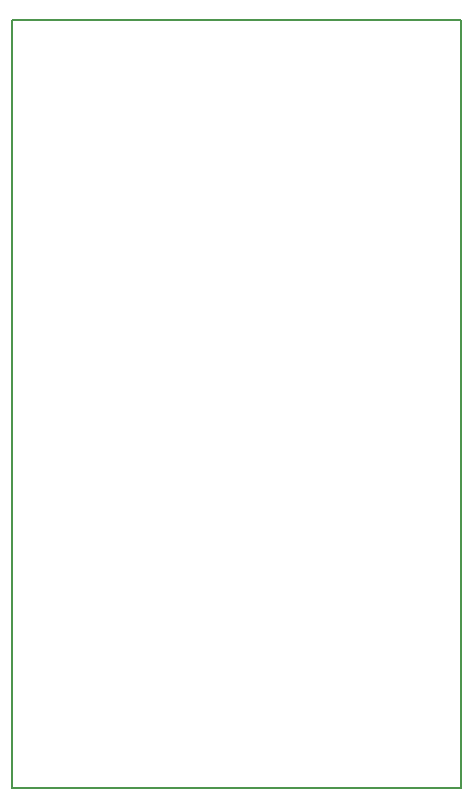
<source format=gm1>
%TF.GenerationSoftware,KiCad,Pcbnew,5.1.5-52549c5~84~ubuntu19.10.1*%
%TF.CreationDate,2019-12-20T00:10:48-05:00*%
%TF.ProjectId,test-mixer,74657374-2d6d-4697-9865-722e6b696361,rev?*%
%TF.SameCoordinates,Original*%
%TF.FileFunction,Profile,NP*%
%FSLAX46Y46*%
G04 Gerber Fmt 4.6, Leading zero omitted, Abs format (unit mm)*
G04 Created by KiCad (PCBNEW 5.1.5-52549c5~84~ubuntu19.10.1) date 2019-12-20 00:10:48*
%MOMM*%
%LPD*%
G04 APERTURE LIST*
%ADD10C,0.152400*%
G04 APERTURE END LIST*
D10*
X17000000Y-141000000D02*
X17000000Y-76000000D01*
X55000000Y-141000000D02*
X17000000Y-141000000D01*
X55000000Y-76000000D02*
X55000000Y-141000000D01*
X17000000Y-76000000D02*
X55000000Y-76000000D01*
M02*

</source>
